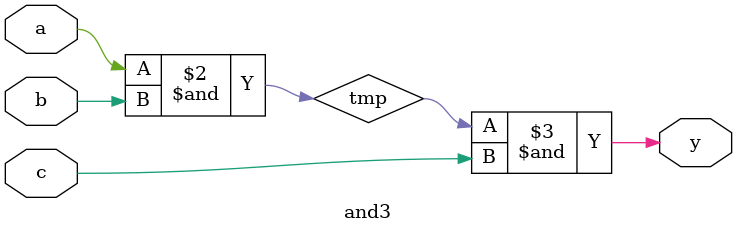
<source format=v>
module and3(input a, b, c,
  output reg y);

  reg tmp;
  always @ (a, b, c)
    begin
        tmp = a & b;
        y = tmp & c;
    end
endmodule
</source>
